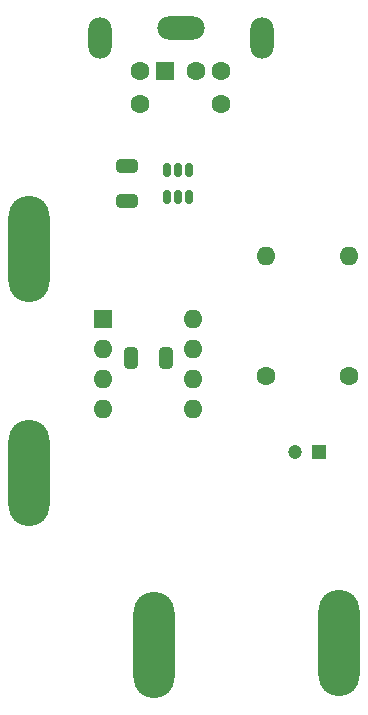
<source format=gbr>
%TF.GenerationSoftware,KiCad,Pcbnew,8.0.4*%
%TF.CreationDate,2024-09-08T09:34:43+02:00*%
%TF.ProjectId,Lichtschranke-M,4c696368-7473-4636-9872-616e6b652d4d,rev?*%
%TF.SameCoordinates,Original*%
%TF.FileFunction,Soldermask,Top*%
%TF.FilePolarity,Negative*%
%FSLAX46Y46*%
G04 Gerber Fmt 4.6, Leading zero omitted, Abs format (unit mm)*
G04 Created by KiCad (PCBNEW 8.0.4) date 2024-09-08 09:34:43*
%MOMM*%
%LPD*%
G01*
G04 APERTURE LIST*
G04 Aperture macros list*
%AMRoundRect*
0 Rectangle with rounded corners*
0 $1 Rounding radius*
0 $2 $3 $4 $5 $6 $7 $8 $9 X,Y pos of 4 corners*
0 Add a 4 corners polygon primitive as box body*
4,1,4,$2,$3,$4,$5,$6,$7,$8,$9,$2,$3,0*
0 Add four circle primitives for the rounded corners*
1,1,$1+$1,$2,$3*
1,1,$1+$1,$4,$5*
1,1,$1+$1,$6,$7*
1,1,$1+$1,$8,$9*
0 Add four rect primitives between the rounded corners*
20,1,$1+$1,$2,$3,$4,$5,0*
20,1,$1+$1,$4,$5,$6,$7,0*
20,1,$1+$1,$6,$7,$8,$9,0*
20,1,$1+$1,$8,$9,$2,$3,0*%
G04 Aperture macros list end*
%ADD10O,3.500000X9.000000*%
%ADD11R,1.600000X1.600000*%
%ADD12C,1.600000*%
%ADD13O,2.000000X3.500000*%
%ADD14O,4.000000X2.000000*%
%ADD15RoundRect,0.150000X0.150000X-0.450000X0.150000X0.450000X-0.150000X0.450000X-0.150000X-0.450000X0*%
%ADD16O,1.600000X1.600000*%
%ADD17R,1.200000X1.200000*%
%ADD18C,1.200000*%
%ADD19RoundRect,0.250000X-0.325000X-0.650000X0.325000X-0.650000X0.325000X0.650000X-0.325000X0.650000X0*%
%ADD20RoundRect,0.250000X-0.650000X0.325000X-0.650000X-0.325000X0.650000X-0.325000X0.650000X0.325000X0*%
G04 APERTURE END LIST*
D10*
%TO.C,J3*%
X132000000Y-89500000D03*
%TD*%
%TO.C,J5*%
X158200000Y-103900000D03*
%TD*%
%TO.C,J2*%
X132000000Y-70500000D03*
%TD*%
%TO.C,J4*%
X142570000Y-104050000D03*
%TD*%
D11*
%TO.C,J1*%
X143500000Y-55500000D03*
D12*
X146100000Y-55500000D03*
X141400000Y-55500000D03*
X148200000Y-55500000D03*
X141400000Y-58300000D03*
X148200000Y-58300000D03*
D13*
X151650000Y-52650000D03*
D14*
X144800000Y-51850000D03*
D13*
X137950000Y-52650000D03*
%TD*%
D15*
%TO.C,U2*%
X143650000Y-66150000D03*
X144600000Y-66150000D03*
X145550000Y-66150000D03*
X145550000Y-63850000D03*
X144600000Y-63850000D03*
X143650000Y-63850000D03*
%TD*%
D12*
%TO.C,R1*%
X152030000Y-81310000D03*
D16*
X152030000Y-71150000D03*
%TD*%
D17*
%TO.C,C2*%
X156520000Y-87730000D03*
D18*
X154520000Y-87730000D03*
%TD*%
D19*
%TO.C,C3*%
X140580000Y-79730000D03*
X143530000Y-79730000D03*
%TD*%
D12*
%TO.C,R2*%
X159030000Y-81310000D03*
D16*
X159030000Y-71150000D03*
%TD*%
D20*
%TO.C,C1*%
X140300000Y-63525000D03*
X140300000Y-66475000D03*
%TD*%
D11*
%TO.C,U1*%
X138230000Y-76430000D03*
D16*
X138230000Y-78970000D03*
X138230000Y-81510000D03*
X138230000Y-84050000D03*
X145850000Y-84050000D03*
X145850000Y-81510000D03*
X145850000Y-78970000D03*
X145850000Y-76430000D03*
%TD*%
M02*

</source>
